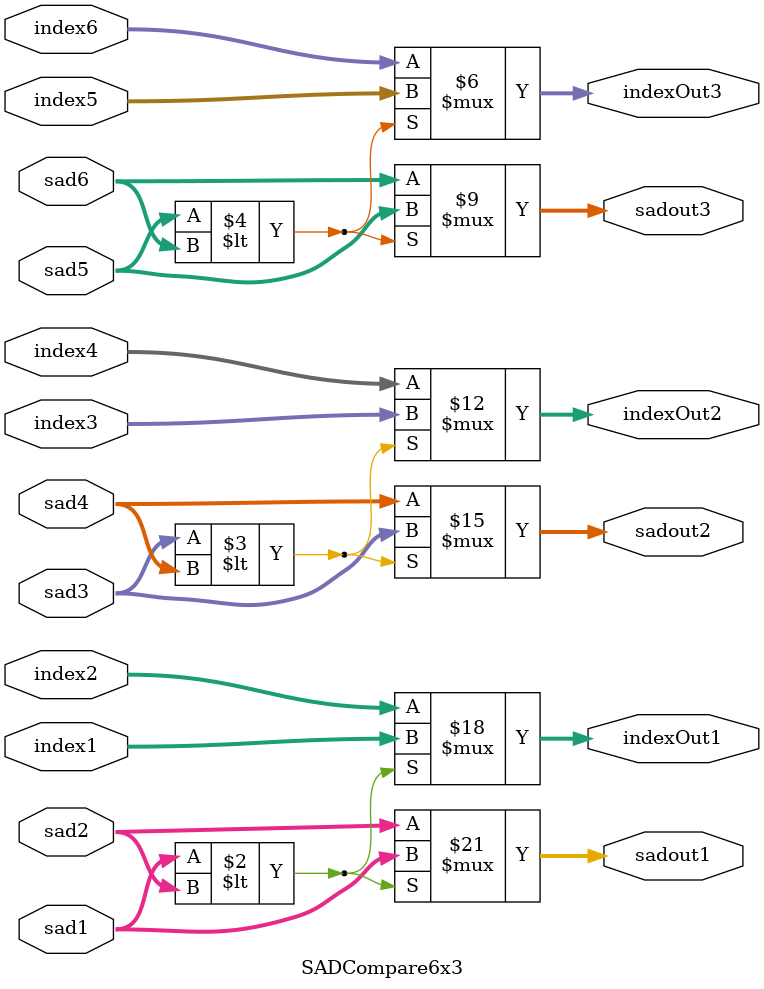
<source format=v>
`timescale 1ns / 1ps


module SADCompare6x3(sad1, sad2, sad3, sad4, sad5, sad6, index1, index2, index3, index4, index5, index6,
    sadout1, sadout2, sadout3, indexOut1, indexOut2, indexOut3);

    input [31:0] sad1, sad2, sad3, sad4, sad5, sad6, index1, index2, index3, index4, index5, index6;

    
    reg [31:0]indexout;
    reg [6:0] i;
    reg signed [31:0] indextemp, indexCoorCalc;
    output reg [31:0] sadout1, sadout2, sadout3, indexOut1, indexOut2, indexOut3;
   
  
    
    
    always @ (sad1, sad2, sad3, sad4, sad5, sad6) begin
    

        if (sad1 < sad2)begin
            sadout1 <= sad1; 
            indexOut1 <= index1;
        end
        else begin
            sadout1 <= sad2;
            indexOut1 <= index2;
        end
        
        if (sad3 < sad4)begin
            sadout2 <= sad3;
            indexOut2 <= index3;
        end
        else begin
            sadout2 <= sad4;
            indexOut2 <= index4;
        end
        
        if (sad5 < sad6)begin
            sadout3 <= sad5;
            indexOut3 <= index5;
        end
        else begin
            sadout3 <= sad6;
            indexOut3 <= index6;
        end
        
        
    end


endmodule

</source>
